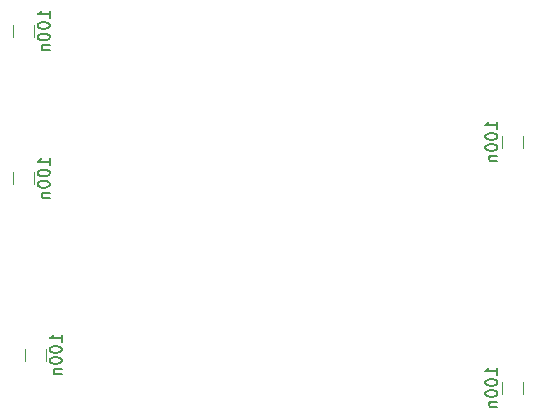
<source format=gbo>
G04 #@! TF.FileFunction,Legend,Bot*
%FSLAX46Y46*%
G04 Gerber Fmt 4.6, Leading zero omitted, Abs format (unit mm)*
G04 Created by KiCad (PCBNEW 4.0.7-e2-6376~58~ubuntu16.04.1) date Thu Mar 10 23:02:34 2022*
%MOMM*%
%LPD*%
G01*
G04 APERTURE LIST*
%ADD10C,0.100000*%
%ADD11C,0.120000*%
%ADD12C,0.150000*%
G04 APERTURE END LIST*
D10*
D11*
X139612000Y-39362000D02*
X139612000Y-38362000D01*
X141312000Y-38362000D02*
X141312000Y-39362000D01*
X182714000Y-68568000D02*
X182714000Y-69568000D01*
X181014000Y-69568000D02*
X181014000Y-68568000D01*
X182714000Y-47740000D02*
X182714000Y-48740000D01*
X181014000Y-48740000D02*
X181014000Y-47740000D01*
X139612000Y-51828000D02*
X139612000Y-50828000D01*
X141312000Y-50828000D02*
X141312000Y-51828000D01*
X140628000Y-66774000D02*
X140628000Y-65774000D01*
X142328000Y-65774000D02*
X142328000Y-66774000D01*
D12*
X142664381Y-37742953D02*
X142664381Y-37171524D01*
X142664381Y-37457238D02*
X141664381Y-37457238D01*
X141807238Y-37362000D01*
X141902476Y-37266762D01*
X141950095Y-37171524D01*
X141664381Y-38362000D02*
X141664381Y-38457239D01*
X141712000Y-38552477D01*
X141759619Y-38600096D01*
X141854857Y-38647715D01*
X142045333Y-38695334D01*
X142283429Y-38695334D01*
X142473905Y-38647715D01*
X142569143Y-38600096D01*
X142616762Y-38552477D01*
X142664381Y-38457239D01*
X142664381Y-38362000D01*
X142616762Y-38266762D01*
X142569143Y-38219143D01*
X142473905Y-38171524D01*
X142283429Y-38123905D01*
X142045333Y-38123905D01*
X141854857Y-38171524D01*
X141759619Y-38219143D01*
X141712000Y-38266762D01*
X141664381Y-38362000D01*
X141664381Y-39314381D02*
X141664381Y-39409620D01*
X141712000Y-39504858D01*
X141759619Y-39552477D01*
X141854857Y-39600096D01*
X142045333Y-39647715D01*
X142283429Y-39647715D01*
X142473905Y-39600096D01*
X142569143Y-39552477D01*
X142616762Y-39504858D01*
X142664381Y-39409620D01*
X142664381Y-39314381D01*
X142616762Y-39219143D01*
X142569143Y-39171524D01*
X142473905Y-39123905D01*
X142283429Y-39076286D01*
X142045333Y-39076286D01*
X141854857Y-39123905D01*
X141759619Y-39171524D01*
X141712000Y-39219143D01*
X141664381Y-39314381D01*
X141997714Y-40076286D02*
X142664381Y-40076286D01*
X142092952Y-40076286D02*
X142045333Y-40123905D01*
X141997714Y-40219143D01*
X141997714Y-40362001D01*
X142045333Y-40457239D01*
X142140571Y-40504858D01*
X142664381Y-40504858D01*
X180566381Y-67948953D02*
X180566381Y-67377524D01*
X180566381Y-67663238D02*
X179566381Y-67663238D01*
X179709238Y-67568000D01*
X179804476Y-67472762D01*
X179852095Y-67377524D01*
X179566381Y-68568000D02*
X179566381Y-68663239D01*
X179614000Y-68758477D01*
X179661619Y-68806096D01*
X179756857Y-68853715D01*
X179947333Y-68901334D01*
X180185429Y-68901334D01*
X180375905Y-68853715D01*
X180471143Y-68806096D01*
X180518762Y-68758477D01*
X180566381Y-68663239D01*
X180566381Y-68568000D01*
X180518762Y-68472762D01*
X180471143Y-68425143D01*
X180375905Y-68377524D01*
X180185429Y-68329905D01*
X179947333Y-68329905D01*
X179756857Y-68377524D01*
X179661619Y-68425143D01*
X179614000Y-68472762D01*
X179566381Y-68568000D01*
X179566381Y-69520381D02*
X179566381Y-69615620D01*
X179614000Y-69710858D01*
X179661619Y-69758477D01*
X179756857Y-69806096D01*
X179947333Y-69853715D01*
X180185429Y-69853715D01*
X180375905Y-69806096D01*
X180471143Y-69758477D01*
X180518762Y-69710858D01*
X180566381Y-69615620D01*
X180566381Y-69520381D01*
X180518762Y-69425143D01*
X180471143Y-69377524D01*
X180375905Y-69329905D01*
X180185429Y-69282286D01*
X179947333Y-69282286D01*
X179756857Y-69329905D01*
X179661619Y-69377524D01*
X179614000Y-69425143D01*
X179566381Y-69520381D01*
X179899714Y-70282286D02*
X180566381Y-70282286D01*
X179994952Y-70282286D02*
X179947333Y-70329905D01*
X179899714Y-70425143D01*
X179899714Y-70568001D01*
X179947333Y-70663239D01*
X180042571Y-70710858D01*
X180566381Y-70710858D01*
X180566381Y-47120953D02*
X180566381Y-46549524D01*
X180566381Y-46835238D02*
X179566381Y-46835238D01*
X179709238Y-46740000D01*
X179804476Y-46644762D01*
X179852095Y-46549524D01*
X179566381Y-47740000D02*
X179566381Y-47835239D01*
X179614000Y-47930477D01*
X179661619Y-47978096D01*
X179756857Y-48025715D01*
X179947333Y-48073334D01*
X180185429Y-48073334D01*
X180375905Y-48025715D01*
X180471143Y-47978096D01*
X180518762Y-47930477D01*
X180566381Y-47835239D01*
X180566381Y-47740000D01*
X180518762Y-47644762D01*
X180471143Y-47597143D01*
X180375905Y-47549524D01*
X180185429Y-47501905D01*
X179947333Y-47501905D01*
X179756857Y-47549524D01*
X179661619Y-47597143D01*
X179614000Y-47644762D01*
X179566381Y-47740000D01*
X179566381Y-48692381D02*
X179566381Y-48787620D01*
X179614000Y-48882858D01*
X179661619Y-48930477D01*
X179756857Y-48978096D01*
X179947333Y-49025715D01*
X180185429Y-49025715D01*
X180375905Y-48978096D01*
X180471143Y-48930477D01*
X180518762Y-48882858D01*
X180566381Y-48787620D01*
X180566381Y-48692381D01*
X180518762Y-48597143D01*
X180471143Y-48549524D01*
X180375905Y-48501905D01*
X180185429Y-48454286D01*
X179947333Y-48454286D01*
X179756857Y-48501905D01*
X179661619Y-48549524D01*
X179614000Y-48597143D01*
X179566381Y-48692381D01*
X179899714Y-49454286D02*
X180566381Y-49454286D01*
X179994952Y-49454286D02*
X179947333Y-49501905D01*
X179899714Y-49597143D01*
X179899714Y-49740001D01*
X179947333Y-49835239D01*
X180042571Y-49882858D01*
X180566381Y-49882858D01*
X142664381Y-50208953D02*
X142664381Y-49637524D01*
X142664381Y-49923238D02*
X141664381Y-49923238D01*
X141807238Y-49828000D01*
X141902476Y-49732762D01*
X141950095Y-49637524D01*
X141664381Y-50828000D02*
X141664381Y-50923239D01*
X141712000Y-51018477D01*
X141759619Y-51066096D01*
X141854857Y-51113715D01*
X142045333Y-51161334D01*
X142283429Y-51161334D01*
X142473905Y-51113715D01*
X142569143Y-51066096D01*
X142616762Y-51018477D01*
X142664381Y-50923239D01*
X142664381Y-50828000D01*
X142616762Y-50732762D01*
X142569143Y-50685143D01*
X142473905Y-50637524D01*
X142283429Y-50589905D01*
X142045333Y-50589905D01*
X141854857Y-50637524D01*
X141759619Y-50685143D01*
X141712000Y-50732762D01*
X141664381Y-50828000D01*
X141664381Y-51780381D02*
X141664381Y-51875620D01*
X141712000Y-51970858D01*
X141759619Y-52018477D01*
X141854857Y-52066096D01*
X142045333Y-52113715D01*
X142283429Y-52113715D01*
X142473905Y-52066096D01*
X142569143Y-52018477D01*
X142616762Y-51970858D01*
X142664381Y-51875620D01*
X142664381Y-51780381D01*
X142616762Y-51685143D01*
X142569143Y-51637524D01*
X142473905Y-51589905D01*
X142283429Y-51542286D01*
X142045333Y-51542286D01*
X141854857Y-51589905D01*
X141759619Y-51637524D01*
X141712000Y-51685143D01*
X141664381Y-51780381D01*
X141997714Y-52542286D02*
X142664381Y-52542286D01*
X142092952Y-52542286D02*
X142045333Y-52589905D01*
X141997714Y-52685143D01*
X141997714Y-52828001D01*
X142045333Y-52923239D01*
X142140571Y-52970858D01*
X142664381Y-52970858D01*
X143680381Y-65154953D02*
X143680381Y-64583524D01*
X143680381Y-64869238D02*
X142680381Y-64869238D01*
X142823238Y-64774000D01*
X142918476Y-64678762D01*
X142966095Y-64583524D01*
X142680381Y-65774000D02*
X142680381Y-65869239D01*
X142728000Y-65964477D01*
X142775619Y-66012096D01*
X142870857Y-66059715D01*
X143061333Y-66107334D01*
X143299429Y-66107334D01*
X143489905Y-66059715D01*
X143585143Y-66012096D01*
X143632762Y-65964477D01*
X143680381Y-65869239D01*
X143680381Y-65774000D01*
X143632762Y-65678762D01*
X143585143Y-65631143D01*
X143489905Y-65583524D01*
X143299429Y-65535905D01*
X143061333Y-65535905D01*
X142870857Y-65583524D01*
X142775619Y-65631143D01*
X142728000Y-65678762D01*
X142680381Y-65774000D01*
X142680381Y-66726381D02*
X142680381Y-66821620D01*
X142728000Y-66916858D01*
X142775619Y-66964477D01*
X142870857Y-67012096D01*
X143061333Y-67059715D01*
X143299429Y-67059715D01*
X143489905Y-67012096D01*
X143585143Y-66964477D01*
X143632762Y-66916858D01*
X143680381Y-66821620D01*
X143680381Y-66726381D01*
X143632762Y-66631143D01*
X143585143Y-66583524D01*
X143489905Y-66535905D01*
X143299429Y-66488286D01*
X143061333Y-66488286D01*
X142870857Y-66535905D01*
X142775619Y-66583524D01*
X142728000Y-66631143D01*
X142680381Y-66726381D01*
X143013714Y-67488286D02*
X143680381Y-67488286D01*
X143108952Y-67488286D02*
X143061333Y-67535905D01*
X143013714Y-67631143D01*
X143013714Y-67774001D01*
X143061333Y-67869239D01*
X143156571Y-67916858D01*
X143680381Y-67916858D01*
M02*

</source>
